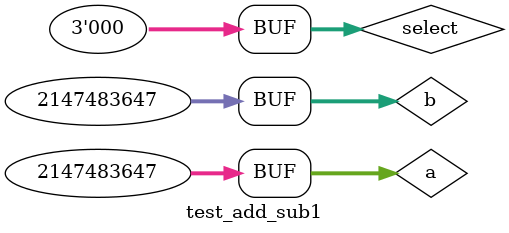
<source format=v>
`timescale 1ns / 1ps


module test_add_sub1;

	// Inputs
	reg [2:0] select;
	reg [31:0] a;
	reg [31:0] b;

	// Outputs
	wire [31:0] out;
	wire [32:0] temp_output_to_check_carry;
	wire carry;
	wire zero;

	// Instantiate the Unit Under Test (UUT)
	add_sub uut (
		.select(select), 
		.a(a), 
		.b(b), 
		.out(out), 
		.temp_output_to_check_carry(temp_output_to_check_carry), 
		.carry(carry), 
		.zero(zero)
	);

	initial begin
		// Initialize Inputs
		select = 3'b000;
		a = 3;
		b = 88;

		#100;
        



		select = 3'b001;
		a = 1;
		b = 1;

		#100;
		
		
		
		select = 3'b001;
		a = 82;
		b = 149;

		#100;
		


		select = 3'b000;
		a = 32'b01111111111111111111111111111111;
		b = 32'b01111111111111111111111111111111;

		#100;


	end
      
endmodule


</source>
